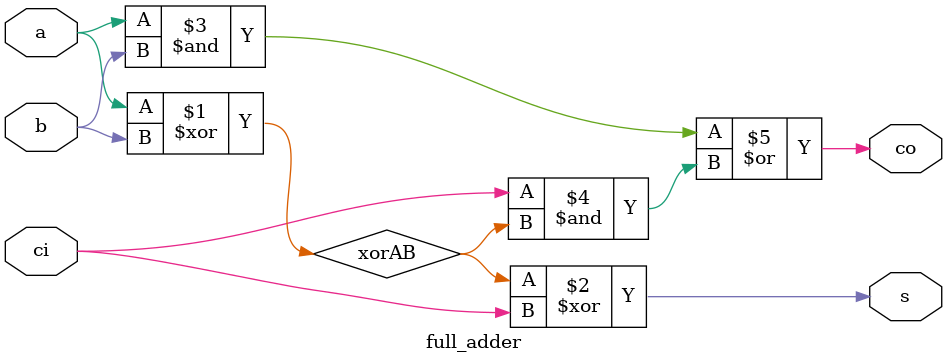
<source format=sv>
module full_adder(input logic a, b, ci, 
						output logic s, co);
			

logic xorAB;

assign xorAB = a ^ b;
assign s = xorAB ^ ci;
assign co = (a & b) | (ci & xorAB);
	
			
endmodule

</source>
